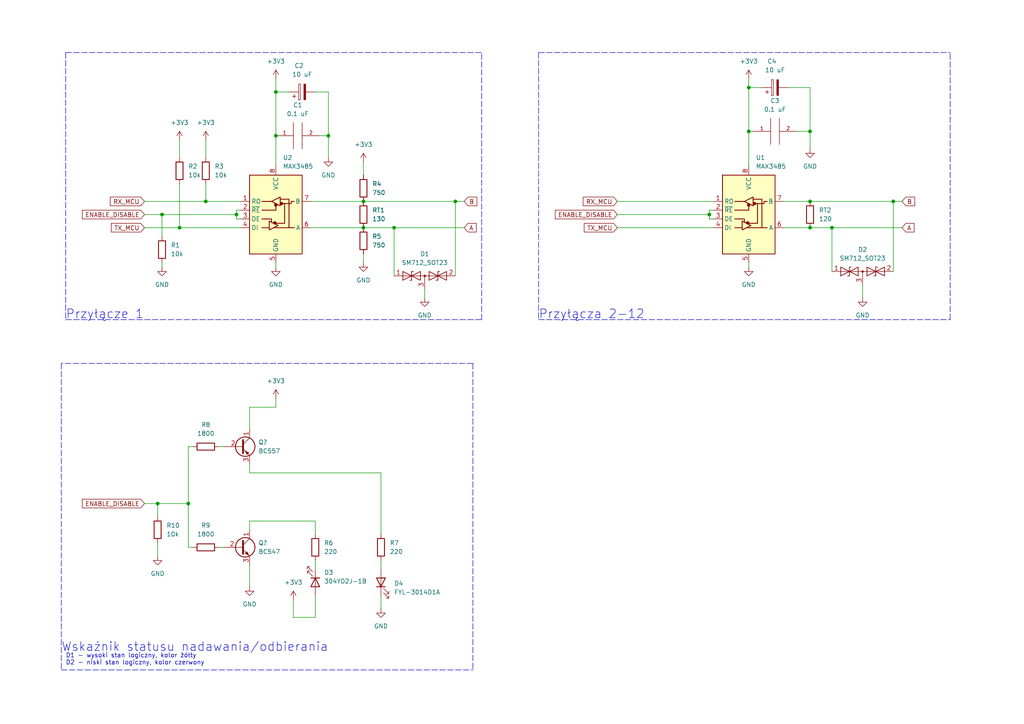
<source format=kicad_sch>
(kicad_sch (version 20211123) (generator eeschema)
  (paper "A4")
  (lib_symbols
    (symbol "Device:C_Polarized" (pin_numbers hide) (pin_names (offset 0.254))
      (property "Reference" "C" (at 0.635 2.54 0))
      (property "Value" "C_Polarized" (at 0.635 -2.54 0))
      (symbol "C_Polarized_0_1"
        (rectangle (start -2.286 0.508) (end 2.286 1.016))
        (polyline (pts (xy -1.778 2.286) (xy -0.762 2.286)))
        (polyline (pts (xy -1.27 2.794) (xy -1.27 1.778)))
        (rectangle (start 2.286 -0.508) (end -2.286 -1.016) (fill (type outline)))
      )
      (symbol "C_Polarized_1_1"
        (pin passive line (at 0 3.81 270) (length 2.794) (name "~") (number "1"))
        (pin passive line (at 0 -3.81 90) (length 2.794) (name "~") (number "2"))
      )
    )
    (symbol "Device:LED" (pin_numbers hide) (pin_names (offset 1.016) hide)
      (property "Reference" "D" (at 0 2.54 0))
      (property "Value" "LED" (at 0 -2.54 0))
      (symbol "LED_0_1"
        (polyline (pts (xy -1.27 -1.27) (xy -1.27 1.27)) (stroke (width 0.254)))
        (polyline (pts (xy -1.27 0) (xy 1.27 0)))
        (polyline (pts (xy 1.27 -1.27) (xy 1.27 1.27) (xy -1.27 0) (xy 1.27 -1.27)) (stroke (width 0.254)))
        (polyline (pts (xy -3.048 -0.762) (xy -4.572 -2.286) (xy -3.81 -2.286) (xy -4.572 -2.286) (xy -4.572 -1.524)))
        (polyline (pts (xy -1.778 -0.762) (xy -3.302 -2.286) (xy -2.54 -2.286) (xy -3.302 -2.286) (xy -3.302 -1.524)))
      )
      (symbol "LED_1_1"
        (pin passive line (at -3.81 0 0) (length 2.54) (name "K") (number "1"))
        (pin passive line (at 3.81 0 180) (length 2.54) (name "A") (number "2"))
      )
    )
    (symbol "Device:R" (pin_numbers hide) (pin_names (offset 0))
      (property "Reference" "R" (at 2.032 0 90))
      (property "Value" "R" (at 0 0 90))
      (symbol "R_0_1"
        (rectangle (start -1.016 -2.54) (end 1.016 2.54) (stroke (width 0.254)))
      )
      (symbol "R_1_1"
        (pin passive line (at 0 3.81 270) (length 1.27) (name "~") (number "1"))
        (pin passive line (at 0 -3.81 90) (length 1.27) (name "~") (number "2"))
      )
    )
    (symbol "Diode:SM712_SOT23" (pin_names (offset 1.016) hide)
      (property "Reference" "D" (at 0 4.445 0))
      (property "Value" "SM712_SOT23" (at 0 2.54 0))
      (symbol "SM712_SOT23_0_0"
        (polyline (pts (xy 0 -1.27) (xy 0 0)))
      )
      (symbol "SM712_SOT23_0_1"
        (polyline (pts (xy -6.35 0) (xy 6.35 0)))
        (polyline (pts (xy -3.302 1.27) (xy -3.81 1.27) (xy -3.81 -1.27) (xy -4.318 -1.27)) (stroke (width 0.2032)))
        (polyline (pts (xy 4.318 1.27) (xy 3.81 1.27) (xy 3.81 -1.27) (xy 3.302 -1.27)) (stroke (width 0.2032)))
        (polyline (pts (xy -6.35 -1.27) (xy -1.27 1.27) (xy -1.27 -1.27) (xy -6.35 1.27) (xy -6.35 -1.27)) (stroke (width 0.2032)))
        (polyline (pts (xy 1.27 -1.27) (xy 1.27 1.27) (xy 6.35 -1.27) (xy 6.35 1.27) (xy 1.27 -1.27)) (stroke (width 0.2032)))
        (circle (center 0 0) (radius 0.254) (fill (type outline)))
      )
      (symbol "SM712_SOT23_1_1"
        (pin passive line (at -8.89 0 0) (length 2.54) (name "A1") (number "1"))
        (pin passive line (at 8.89 0 180) (length 2.54) (name "A2") (number "2"))
        (pin input line (at 0 -3.81 90) (length 2.54) (name "common") (number "3"))
      )
    )
    (symbol "Interface_UART:MAX3485"
      (property "Reference" "U" (at -6.096 11.43 0))
      (property "Value" "MAX3485" (at 0.762 11.43 0))
      (symbol "MAX3485_0_1"
        (rectangle (start -7.62 10.16) (end 7.62 -12.7) (stroke (width 0.254)) (fill (type background)))
        (circle (center -0.3048 -3.683) (radius 0.3556) (stroke (width 0.254)) (fill (type outline)))
        (circle (center -0.0254 1.4986) (radius 0.3556) (stroke (width 0.254)) (fill (type outline)))
        (polyline (pts (xy -4.064 -5.08) (xy -1.905 -5.08)) (stroke (width 0.254)))
        (polyline (pts (xy -4.064 2.54) (xy -1.27 2.54)) (stroke (width 0.254)))
        (polyline (pts (xy -1.27 -3.2004) (xy -1.27 -3.4544)) (stroke (width 0.254)))
        (polyline (pts (xy -0.635 -5.08) (xy 5.334 -5.08)) (stroke (width 0.254)))
        (polyline (pts (xy -4.064 -2.54) (xy -1.27 -2.54) (xy -1.27 -3.175)) (stroke (width 0.254)))
        (polyline (pts (xy 0 1.27) (xy 0 0) (xy -4.064 0)) (stroke (width 0.254)))
        (polyline (pts (xy 1.27 3.175) (xy 3.81 3.175) (xy 3.81 -5.08)) (stroke (width 0.254)))
        (polyline (pts (xy 2.54 1.905) (xy 2.54 -3.81) (xy 0 -3.81)) (stroke (width 0.254)))
        (polyline (pts (xy -1.905 -3.175) (xy -1.905 -5.715) (xy 0.635 -4.445) (xy -1.905 -3.175)) (stroke (width 0.254)))
        (polyline (pts (xy -1.27 2.54) (xy 1.27 3.81) (xy 1.27 1.27) (xy -1.27 2.54)) (stroke (width 0.254)))
        (polyline (pts (xy 1.905 1.905) (xy 4.445 1.905) (xy 4.445 2.54) (xy 5.334 2.54)) (stroke (width 0.254)))
        (rectangle (start 1.27 3.175) (end 1.27 3.175))
        (circle (center 1.651 1.905) (radius 0.3556) (stroke (width 0.254)) (fill (type outline)))
      )
      (symbol "MAX3485_1_1"
        (pin output line (at -10.16 2.54 0) (length 2.54) (name "RO") (number "1"))
        (pin input line (at -10.16 0 0) (length 2.54) (name "~{RE}") (number "2"))
        (pin input line (at -10.16 -2.54 0) (length 2.54) (name "DE") (number "3"))
        (pin input line (at -10.16 -5.08 0) (length 2.54) (name "DI") (number "4"))
        (pin power_in line (at 0 -15.24 90) (length 2.54) (name "GND") (number "5"))
        (pin bidirectional line (at 10.16 -5.08 180) (length 2.54) (name "A") (number "6"))
        (pin bidirectional line (at 10.16 2.54 180) (length 2.54) (name "B") (number "7"))
        (pin power_in line (at 0 12.7 270) (length 2.54) (name "VCC") (number "8"))
      )
    )
    (symbol "Transistor_BJT:BC547" (pin_names (offset 0) hide)
      (property "Reference" "Q" (at 5.08 1.905 0))
      (property "Value" "BC547" (at 5.08 0 0))
      (symbol "BC547_0_1"
        (polyline (pts (xy 0 0) (xy 0.635 0)))
        (polyline (pts (xy 0.635 0.635) (xy 2.54 2.54)))
        (polyline (pts (xy 0.635 -0.635) (xy 2.54 -2.54) (xy 2.54 -2.54)))
        (polyline (pts (xy 0.635 1.905) (xy 0.635 -1.905) (xy 0.635 -1.905)) (stroke (width 0.508)))
        (polyline (pts (xy 1.27 -1.778) (xy 1.778 -1.27) (xy 2.286 -2.286) (xy 1.27 -1.778) (xy 1.27 -1.778)) (fill (type outline)))
        (circle (center 1.27 0) (radius 2.8194) (stroke (width 0.254)))
      )
      (symbol "BC547_1_1"
        (pin passive line (at 2.54 5.08 270) (length 2.54) (name "C") (number "1"))
        (pin input line (at -5.08 0 0) (length 5.08) (name "B") (number "2"))
        (pin passive line (at 2.54 -5.08 90) (length 2.54) (name "E") (number "3"))
      )
    )
    (symbol "Transistor_BJT:BC557" (pin_names (offset 0) hide)
      (property "Reference" "Q" (at 5.08 1.905 0))
      (property "Value" "BC557" (at 5.08 0 0))
      (symbol "BC557_0_1"
        (polyline (pts (xy 0.635 0.635) (xy 2.54 2.54)))
        (polyline (pts (xy 0.635 -0.635) (xy 2.54 -2.54) (xy 2.54 -2.54)))
        (polyline (pts (xy 0.635 1.905) (xy 0.635 -1.905) (xy 0.635 -1.905)) (stroke (width 0.508)))
        (polyline (pts (xy 2.286 -1.778) (xy 1.778 -2.286) (xy 1.27 -1.27) (xy 2.286 -1.778) (xy 2.286 -1.778)) (fill (type outline)))
        (circle (center 1.27 0) (radius 2.8194) (stroke (width 0.254)))
      )
      (symbol "BC557_1_1"
        (pin passive line (at 2.54 5.08 270) (length 2.54) (name "C") (number "1"))
        (pin input line (at -5.08 0 0) (length 5.715) (name "B") (number "2"))
        (pin passive line (at 2.54 -5.08 90) (length 2.54) (name "E") (number "3"))
      )
    )
    (symbol "power:+3.3V" (power) (pin_names (offset 0))
      (property "Value" "+3.3V" (at 0 3.556 0))
      (symbol "+3.3V_0_1"
        (polyline (pts (xy -0.762 1.27) (xy 0 2.54)))
        (polyline (pts (xy 0 0) (xy 0 2.54)))
        (polyline (pts (xy 0 2.54) (xy 0.762 1.27)))
      )
      (symbol "+3.3V_1_1"
        (pin power_in line (at 0 0 90) (length 0) hide (name "+3V3") (number "1"))
      )
    )
    (symbol "power:+3V3" (power) (pin_names (offset 0))
      (property "Value" "+3V3" (at 0 3.556 0))
      (symbol "+3V3_0_1"
        (polyline (pts (xy -0.762 1.27) (xy 0 2.54)))
        (polyline (pts (xy 0 0) (xy 0 2.54)))
        (polyline (pts (xy 0 2.54) (xy 0.762 1.27)))
      )
      (symbol "+3V3_1_1"
        (pin power_in line (at 0 0 90) (length 0) hide (name "+3V3") (number "1"))
      )
    )
    (symbol "power:GND" (power) (pin_names (offset 0))
      (property "Value" "GND" (at 0 -3.81 0))
      (symbol "GND_0_1"
        (polyline (pts (xy 0 0) (xy 0 -1.27) (xy 1.27 -1.27) (xy 0 -2.54) (xy -1.27 -1.27) (xy 0 -1.27)))
      )
      (symbol "GND_1_1"
        (pin power_in line (at 0 0 270) (length 0) hide (name "GND") (number "1"))
      )
    )
    (symbol "pspice:C" (pin_names (offset 0.254))
      (property "Reference" "C" (at 2.54 3.81 90))
      (property "Value" "C" (at 2.54 -3.81 90))
      (symbol "C_0_1"
        (polyline (pts (xy -3.81 -1.27) (xy 3.81 -1.27)))
        (polyline (pts (xy -3.81 1.27) (xy 3.81 1.27)))
      )
      (symbol "C_1_1"
        (pin passive line (at 0 6.35 270) (length 5.08) (name "~") (number "1"))
        (pin passive line (at 0 -6.35 90) (length 5.08) (name "~") (number "2"))
      )
    )
  )
  (junction (at 205.74 62.23))
  (junction (at 132.08 58.42))
  (junction (at 52.07 66.04))
  (junction (at 95.25 39.37))
  (junction (at 68.58 62.23))
  (junction (at 54.61 146.05))
  (junction (at 80.01 26.67))
  (junction (at 259.08 58.42))
  (junction (at 105.41 66.04))
  (junction (at 217.17 38.1))
  (junction (at 46.99 62.23))
  (junction (at 59.69 58.42))
  (junction (at 217.17 25.4))
  (junction (at 234.95 58.42))
  (junction (at 114.3 66.04))
  (junction (at 234.95 66.04))
  (junction (at 234.95 38.1))
  (junction (at 241.3 66.04))
  (junction (at 105.41 58.42))
  (junction (at 45.72 146.05))
  (junction (at 80.01 39.37))
  (wire (pts (xy 227.33 66.04) (xy 234.95 66.04)))
  (wire (pts (xy 179.07 62.23) (xy 205.74 62.23)))
  (wire (pts (xy 90.17 66.04) (xy 105.41 66.04)))
  (wire (pts (xy 217.17 25.4) (xy 220.98 25.4)))
  (wire (pts (xy 72.39 151.13) (xy 91.44 151.13)))
  (wire (pts (xy 110.49 137.16) (xy 110.49 154.94)))
  (wire (pts (xy 205.74 60.96) (xy 205.74 62.23)))
  (polyline (pts (xy 137.16 105.41) (xy 137.16 194.31)))
  (polyline (pts (xy 156.21 92.71) (xy 275.59 92.71)))
  (wire (pts (xy 91.44 179.07) (xy 85.09 179.07)))
  (wire (pts (xy 228.6 25.4) (xy 234.95 25.4)))
  (wire (pts (xy 259.08 58.42) (xy 259.08 78.74)))
  (polyline (pts (xy 156.21 15.24) (xy 156.21 92.71)))
  (wire (pts (xy 92.71 39.37) (xy 95.25 39.37)))
  (wire (pts (xy 132.08 58.42) (xy 134.62 58.42)))
  (wire (pts (xy 54.61 158.75) (xy 55.88 158.75)))
  (polyline (pts (xy 19.05 92.71) (xy 139.7 92.71)))
  (wire (pts (xy 80.01 76.2) (xy 80.01 77.47)))
  (wire (pts (xy 207.01 60.96) (xy 205.74 60.96)))
  (wire (pts (xy 45.72 146.05) (xy 45.72 149.86)))
  (wire (pts (xy 59.69 40.64) (xy 59.69 45.72)))
  (wire (pts (xy 69.85 60.96) (xy 68.58 60.96)))
  (wire (pts (xy 114.3 66.04) (xy 114.3 80.01)))
  (wire (pts (xy 72.39 137.16) (xy 72.39 134.62)))
  (wire (pts (xy 85.09 173.99) (xy 85.09 179.07)))
  (wire (pts (xy 241.3 66.04) (xy 241.3 78.74)))
  (wire (pts (xy 217.17 22.86) (xy 217.17 25.4)))
  (wire (pts (xy 63.5 158.75) (xy 64.77 158.75)))
  (wire (pts (xy 72.39 137.16) (xy 110.49 137.16)))
  (wire (pts (xy 80.01 26.67) (xy 80.01 39.37)))
  (polyline (pts (xy 139.7 92.71) (xy 139.7 15.24)))
  (wire (pts (xy 63.5 129.54) (xy 64.77 129.54)))
  (wire (pts (xy 259.08 58.42) (xy 261.62 58.42)))
  (wire (pts (xy 54.61 129.54) (xy 55.88 129.54)))
  (wire (pts (xy 95.25 39.37) (xy 95.25 45.72)))
  (wire (pts (xy 105.41 46.99) (xy 105.41 50.8)))
  (wire (pts (xy 72.39 118.11) (xy 80.01 118.11)))
  (wire (pts (xy 83.82 26.67) (xy 80.01 26.67)))
  (wire (pts (xy 205.74 62.23) (xy 205.74 63.5)))
  (wire (pts (xy 54.61 146.05) (xy 54.61 129.54)))
  (wire (pts (xy 91.44 26.67) (xy 95.25 26.67)))
  (wire (pts (xy 123.19 83.82) (xy 123.19 86.36)))
  (wire (pts (xy 217.17 76.2) (xy 217.17 77.47)))
  (wire (pts (xy 110.49 172.72) (xy 110.49 176.53)))
  (wire (pts (xy 217.17 25.4) (xy 217.17 38.1)))
  (wire (pts (xy 227.33 58.42) (xy 234.95 58.42)))
  (wire (pts (xy 217.17 38.1) (xy 217.17 48.26)))
  (wire (pts (xy 179.07 66.04) (xy 207.01 66.04)))
  (wire (pts (xy 91.44 162.56) (xy 91.44 165.1)))
  (wire (pts (xy 68.58 60.96) (xy 68.58 62.23)))
  (wire (pts (xy 105.41 58.42) (xy 132.08 58.42)))
  (wire (pts (xy 45.72 146.05) (xy 54.61 146.05)))
  (wire (pts (xy 105.41 76.2) (xy 105.41 73.66)))
  (wire (pts (xy 41.91 62.23) (xy 46.99 62.23)))
  (wire (pts (xy 234.95 38.1) (xy 234.95 43.18)))
  (wire (pts (xy 41.91 58.42) (xy 59.69 58.42)))
  (wire (pts (xy 95.25 26.67) (xy 95.25 39.37)))
  (wire (pts (xy 46.99 62.23) (xy 46.99 68.58)))
  (wire (pts (xy 132.08 58.42) (xy 132.08 80.01)))
  (wire (pts (xy 72.39 163.83) (xy 72.39 170.18)))
  (wire (pts (xy 52.07 66.04) (xy 69.85 66.04)))
  (wire (pts (xy 72.39 153.67) (xy 72.39 151.13)))
  (wire (pts (xy 91.44 172.72) (xy 91.44 179.07)))
  (wire (pts (xy 205.74 63.5) (xy 207.01 63.5)))
  (wire (pts (xy 80.01 22.86) (xy 80.01 26.67)))
  (wire (pts (xy 110.49 162.56) (xy 110.49 165.1)))
  (wire (pts (xy 80.01 39.37) (xy 80.01 48.26)))
  (polyline (pts (xy 17.78 105.41) (xy 17.78 194.31)))
  (wire (pts (xy 217.17 38.1) (xy 218.44 38.1)))
  (polyline (pts (xy 19.05 15.24) (xy 139.7 15.24)))
  (wire (pts (xy 179.07 58.42) (xy 207.01 58.42)))
  (wire (pts (xy 105.41 66.04) (xy 114.3 66.04)))
  (polyline (pts (xy 19.05 15.24) (xy 19.05 92.71)))
  (wire (pts (xy 68.58 63.5) (xy 69.85 63.5)))
  (polyline (pts (xy 17.78 194.31) (xy 137.16 194.31)))
  (wire (pts (xy 59.69 58.42) (xy 69.85 58.42)))
  (wire (pts (xy 41.91 146.05) (xy 45.72 146.05)))
  (wire (pts (xy 68.58 62.23) (xy 68.58 63.5)))
  (wire (pts (xy 114.3 66.04) (xy 134.62 66.04)))
  (wire (pts (xy 80.01 115.57) (xy 80.01 118.11)))
  (wire (pts (xy 52.07 53.34) (xy 52.07 66.04)))
  (wire (pts (xy 45.72 157.48) (xy 45.72 161.29)))
  (polyline (pts (xy 137.16 105.41) (xy 17.78 105.41)))
  (wire (pts (xy 72.39 118.11) (xy 72.39 124.46)))
  (wire (pts (xy 41.91 66.04) (xy 52.07 66.04)))
  (polyline (pts (xy 156.21 15.24) (xy 275.59 15.24)))
  (wire (pts (xy 59.69 53.34) (xy 59.69 58.42)))
  (wire (pts (xy 241.3 66.04) (xy 261.62 66.04)))
  (wire (pts (xy 91.44 151.13) (xy 91.44 154.94)))
  (wire (pts (xy 46.99 62.23) (xy 68.58 62.23)))
  (polyline (pts (xy 275.59 92.71) (xy 275.59 15.24)))
  (wire (pts (xy 54.61 146.05) (xy 54.61 158.75)))
  (wire (pts (xy 52.07 40.64) (xy 52.07 45.72)))
  (wire (pts (xy 234.95 58.42) (xy 259.08 58.42)))
  (wire (pts (xy 234.95 25.4) (xy 234.95 38.1)))
  (wire (pts (xy 250.19 82.55) (xy 250.19 86.36)))
  (wire (pts (xy 46.99 76.2) (xy 46.99 77.47)))
  (wire (pts (xy 234.95 66.04) (xy 241.3 66.04)))
  (wire (pts (xy 231.14 38.1) (xy 234.95 38.1)))
  (wire (pts (xy 90.17 58.42) (xy 105.41 58.42)))
  (text "Wskaźnik statusu nadawania/odbierania\n" (at 17.78 189.23 0) (effects (font (size 2.54 2.54)) (justify left bottom)))
  (text "Przyłącza 2-12" (at 156.21 92.71 0) (effects (font (size 2.54 2.54)) (justify left bottom)))
  (text "Przyłącze 1" (at 19.05 92.71 0) (effects (font (size 2.54 2.54)) (justify left bottom)))
  (text "D1 - wysoki stan logiczny, kolor żółty\nD2 - niski stan logiczny, kolor czerwony" (at 19.05 193.04 0) (effects (font (size 1.27 1.27)) (justify left bottom)))
  (global_label "TX_MCU" (shape input) (at 41.91 66.04 180) (property "Intersheet References" "${INTERSHEET_REFS}" (effects hide)))
  (global_label "ENABLE_DISABLE" (shape input) (at 179.07 62.23 180) (property "Intersheet References" "${INTERSHEET_REFS}" (effects hide)))
  (global_label "B" (shape input) (at 261.62 58.42 0) (property "Intersheet References" "${INTERSHEET_REFS}" (effects hide)))
  (global_label "RX_MCU" (shape input) (at 41.91 58.42 180) (property "Intersheet References" "${INTERSHEET_REFS}" (effects hide)))
  (global_label "ENABLE_DISABLE" (shape input) (at 41.91 62.23 180) (property "Intersheet References" "${INTERSHEET_REFS}" (effects hide)))
  (global_label "TX_MCU" (shape input) (at 179.07 66.04 180) (property "Intersheet References" "${INTERSHEET_REFS}" (effects hide)))
  (global_label "A" (shape input) (at 261.62 66.04 0) (property "Intersheet References" "${INTERSHEET_REFS}" (effects hide)))
  (global_label "B" (shape input) (at 134.62 58.42 0) (property "Intersheet References" "${INTERSHEET_REFS}" (effects hide)))
  (global_label "A" (shape input) (at 134.62 66.04 0) (property "Intersheet References" "${INTERSHEET_REFS}" (effects hide)))
  (global_label "ENABLE_DISABLE" (shape input) (at 41.91 146.05 180) (property "Intersheet References" "${INTERSHEET_REFS}" (effects hide)))
  (global_label "RX_MCU" (shape input) (at 179.07 58.42 180) (property "Intersheet References" "${INTERSHEET_REFS}" (effects hide)))
  (symbol (lib_id "pspice:C") (at 86.36 39.37 90) (unit 1)
    (property "Reference" "C1" (at 86.36 30.48 90))
    (property "Value" "0.1 uF" (at 86.36 33.02 90))
  )
  (symbol (lib_id "Device:R") (at 110.49 158.75 0) (unit 1)
    (property "Reference" "R7" (at 113.03 157.4799 0) (effects (justify left)))
    (property "Value" "220" (at 113.03 160.0199 0) (effects (justify left)))
  )
  (symbol (lib_id "Diode:SM712_SOT23") (at 250.19 78.74 0) (unit 1)
    (property "Reference" "D2" (at 250.19 72.39 0))
    (property "Value" "SM712_SOT23" (at 250.19 74.93 0))
    (property "Footprint" "Package_TO_SOT_SMD:SOT-23" (effects hide))
    (property "Datasheet" "https://www.littelfuse.com/~/media/electronics/datasheets/tvs_diode_arrays/littelfuse_tvs_diode_array_sm712_datasheet.pdf.pdf" (effects hide))
  )
  (symbol (lib_id "Device:R") (at 59.69 158.75 90) (unit 1)
    (property "Reference" "R9" (at 59.69 152.4 90))
    (property "Value" "1800" (at 59.69 154.94 90))
  )
  (symbol (lib_id "power:GND") (at 45.72 161.29 0) (unit 1)
    (property "Reference" "#PWR?" (effects hide))
    (property "Value" "GND" (at 45.72 166.37 0))
  )
  (symbol (lib_id "power:+3.3V") (at 59.69 40.64 0) (unit 1)
    (property "Reference" "#PWR?" (effects hide))
    (property "Value" "+3.3V" (at 59.69 35.56 0))
  )
  (symbol (lib_id "Device:C_Polarized") (at 224.79 25.4 90) (unit 1)
    (property "Reference" "C4" (at 223.901 17.78 90))
    (property "Value" "10 uF" (at 224.79 20.32 90))
  )
  (symbol (lib_id "power:GND") (at 123.19 86.36 0) (unit 1)
    (property "Reference" "#PWR?" (effects hide))
    (property "Value" "GND" (at 123.19 91.44 0))
  )
  (symbol (lib_id "power:+3V3") (at 80.01 115.57 0) (unit 1)
    (property "Reference" "#PWR?" (effects hide))
    (property "Value" "+3V3" (at 80.01 110.49 0))
  )
  (symbol (lib_id "Device:R") (at 46.99 72.39 0) (unit 1)
    (property "Reference" "R1" (at 49.53 71.1199 0) (effects (justify left)))
    (property "Value" "10k" (at 49.53 73.6599 0) (effects (justify left)))
  )
  (symbol (lib_id "Transistor_BJT:BC547") (at 69.85 158.75 0) (unit 1)
    (property "Reference" "Q?" (at 74.93 157.4799 0) (effects (justify left)))
    (property "Value" "BC547" (at 74.93 160.0199 0) (effects (justify left)))
    (property "Footprint" "Package_TO_SOT_THT:TO-92_Inline" (effects hide))
    (property "Datasheet" "https://www.onsemi.com/pub/Collateral/BC550-D.pdf" (effects hide))
  )
  (symbol (lib_id "power:GND") (at 95.25 45.72 0) (unit 1)
    (property "Reference" "#PWR?" (effects hide))
    (property "Value" "GND" (at 95.25 50.8 0))
  )
  (symbol (lib_id "power:GND") (at 105.41 76.2 0) (unit 1)
    (property "Reference" "#PWR?" (effects hide))
    (property "Value" "GND" (at 105.41 81.28 0))
  )
  (symbol (lib_id "Device:R") (at 105.41 69.85 0) (unit 1)
    (property "Reference" "R5" (at 107.95 68.5799 0) (effects (justify left)))
    (property "Value" "750" (at 107.95 71.1199 0) (effects (justify left)))
  )
  (symbol (lib_id "pspice:C") (at 224.79 38.1 90) (unit 1)
    (property "Reference" "C3" (at 224.79 29.21 90))
    (property "Value" "0.1 uF" (at 224.79 31.75 90))
  )
  (symbol (lib_id "Device:R") (at 59.69 49.53 0) (unit 1)
    (property "Reference" "R3" (at 62.23 48.2599 0) (effects (justify left)))
    (property "Value" "10k" (at 62.23 50.7999 0) (effects (justify left)))
  )
  (symbol (lib_id "Interface_UART:MAX3485") (at 80.01 60.96 0) (unit 1)
    (property "Reference" "U2" (at 82.0294 45.72 0) (effects (justify left)))
    (property "Value" "MAX3485" (at 82.0294 48.26 0) (effects (justify left)))
    (property "Datasheet" "https://datasheets.maximintegrated.com/en/ds/MAX3483-MAX3491.pdf" (effects hide))
  )
  (symbol (lib_id "Diode:SM712_SOT23") (at 123.19 80.01 0) (unit 1)
    (property "Reference" "D1" (at 123.19 73.66 0))
    (property "Value" "SM712_SOT23" (at 123.19 76.2 0))
    (property "Footprint" "Package_TO_SOT_SMD:SOT-23" (effects hide))
    (property "Datasheet" "https://www.littelfuse.com/~/media/electronics/datasheets/tvs_diode_arrays/littelfuse_tvs_diode_array_sm712_datasheet.pdf.pdf" (effects hide))
  )
  (symbol (lib_id "Device:R") (at 59.69 129.54 90) (unit 1)
    (property "Reference" "R8" (at 59.69 123.19 90))
    (property "Value" "1800" (at 59.69 125.73 90))
  )
  (symbol (lib_id "power:GND") (at 250.19 86.36 0) (unit 1)
    (property "Reference" "#PWR?" (effects hide))
    (property "Value" "GND" (at 250.19 91.44 0))
  )
  (symbol (lib_id "power:GND") (at 80.01 77.47 0) (unit 1)
    (property "Reference" "#PWR?" (effects hide))
    (property "Value" "GND" (at 80.01 82.55 0))
  )
  (symbol (lib_id "power:GND") (at 72.39 170.18 0) (unit 1)
    (property "Reference" "#PWR?" (effects hide))
    (property "Value" "GND" (at 72.39 175.26 0))
  )
  (symbol (lib_id "power:+3V3") (at 85.09 173.99 0) (unit 1)
    (property "Reference" "#PWR?" (effects hide))
    (property "Value" "+3V3" (at 85.09 168.91 0))
  )
  (symbol (lib_id "power:GND") (at 110.49 176.53 0) (unit 1)
    (property "Reference" "#PWR?" (effects hide))
    (property "Value" "GND" (at 110.49 181.61 0))
  )
  (symbol (lib_id "Device:R") (at 105.41 54.61 0) (unit 1)
    (property "Reference" "R4" (at 107.95 53.3399 0) (effects (justify left)))
    (property "Value" "750" (at 107.95 55.8799 0) (effects (justify left)))
  )
  (symbol (lib_id "Device:C_Polarized") (at 87.63 26.67 90) (unit 1)
    (property "Reference" "C2" (at 86.741 19.05 90))
    (property "Value" "10 uF" (at 87.63 21.59 90))
  )
  (symbol (lib_id "power:+3.3V") (at 52.07 40.64 0) (unit 1)
    (property "Reference" "#PWR?" (effects hide))
    (property "Value" "+3.3V" (at 52.07 35.56 0))
  )
  (symbol (lib_id "Device:R") (at 105.41 62.23 0) (unit 1)
    (property "Reference" "RT1" (at 107.95 60.9599 0) (effects (justify left)))
    (property "Value" "130" (at 107.95 63.4999 0) (effects (justify left)))
  )
  (symbol (lib_id "power:+3V3") (at 217.17 22.86 0) (unit 1)
    (property "Reference" "#PWR?" (effects hide))
    (property "Value" "+3V3" (at 217.17 17.78 0))
  )
  (symbol (lib_id "power:GND") (at 46.99 77.47 0) (unit 1)
    (property "Reference" "#PWR?" (effects hide))
    (property "Value" "GND" (at 46.99 82.55 0))
  )
  (symbol (lib_id "power:GND") (at 217.17 77.47 0) (unit 1)
    (property "Reference" "#PWR?" (effects hide))
    (property "Value" "GND" (at 217.17 82.55 0))
  )
  (symbol (lib_id "Device:R") (at 45.72 153.67 0) (unit 1)
    (property "Reference" "R10" (at 48.26 152.3999 0) (effects (justify left)))
    (property "Value" "10k" (at 48.26 154.9399 0) (effects (justify left)))
  )
  (symbol (lib_id "Transistor_BJT:BC557") (at 69.85 129.54 0) (unit 1)
    (property "Reference" "Q?" (at 74.93 128.2699 0) (effects (justify left)))
    (property "Value" "BC557" (at 74.93 130.8099 0) (effects (justify left)))
    (property "Footprint" "Package_TO_SOT_THT:TO-92_Inline" (effects hide))
    (property "Datasheet" "https://www.onsemi.com/pub/Collateral/BC556BTA-D.pdf" (effects hide))
  )
  (symbol (lib_id "power:GND") (at 234.95 43.18 0) (unit 1)
    (property "Reference" "#PWR?" (effects hide))
    (property "Value" "GND" (at 234.95 48.26 0))
  )
  (symbol (lib_id "Device:LED") (at 91.44 168.91 270) (unit 1)
    (property "Reference" "D3" (at 93.98 166.0524 90) (effects (justify left)))
    (property "Value" "304YD2J-1B" (at 93.98 168.5924 90) (effects (justify left)))
  )
  (symbol (lib_id "power:+3V3") (at 105.41 46.99 0) (unit 1)
    (property "Reference" "#PWR?" (effects hide))
    (property "Value" "+3V3" (at 105.41 41.91 0))
  )
  (symbol (lib_id "power:+3V3") (at 80.01 22.86 0) (unit 1)
    (property "Reference" "#PWR?" (effects hide))
    (property "Value" "+3V3" (at 80.01 17.78 0))
  )
  (symbol (lib_id "Device:R") (at 52.07 49.53 0) (unit 1)
    (property "Reference" "R2" (at 54.61 48.2599 0) (effects (justify left)))
    (property "Value" "10k" (at 54.61 50.7999 0) (effects (justify left)))
  )
  (symbol (lib_id "Device:LED") (at 110.49 168.91 90) (unit 1)
    (property "Reference" "D4" (at 114.3 169.2274 90) (effects (justify right)))
    (property "Value" "FYL-3014D1A" (at 114.3 171.7674 90) (effects (justify right)))
  )
  (symbol (lib_id "Device:R") (at 234.95 62.23 0) (unit 1)
    (property "Reference" "RT2" (at 237.49 60.9599 0) (effects (justify left)))
    (property "Value" "120" (at 237.49 63.4999 0) (effects (justify left)))
  )
  (symbol (lib_id "Interface_UART:MAX3485") (at 217.17 60.96 0) (unit 1)
    (property "Reference" "U1" (at 219.1894 45.72 0) (effects (justify left)))
    (property "Value" "MAX3485" (at 219.1894 48.26 0) (effects (justify left)))
    (property "Datasheet" "https://datasheets.maximintegrated.com/en/ds/MAX3483-MAX3491.pdf" (effects hide))
  )
  (symbol (lib_id "Device:R") (at 91.44 158.75 0) (unit 1)
    (property "Reference" "R6" (at 93.98 157.4799 0) (effects (justify left)))
    (property "Value" "220" (at 93.98 160.0199 0) (effects (justify left)))
  )
)
</source>
